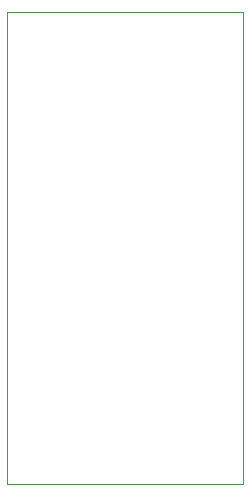
<source format=gbr>
%TF.GenerationSoftware,KiCad,Pcbnew,8.0.8*%
%TF.CreationDate,2025-01-29T16:55:17+00:00*%
%TF.ProjectId,ec30_0x2_l4r4_mh_0.1,65633330-5f30-4783-925f-6c3472345f6d,v0.1*%
%TF.SameCoordinates,PX8d24d00PY36d6160*%
%TF.FileFunction,Other,User*%
%FSLAX46Y46*%
G04 Gerber Fmt 4.6, Leading zero omitted, Abs format (unit mm)*
G04 Created by KiCad (PCBNEW 8.0.8) date 2025-01-29 16:55:17*
%MOMM*%
%LPD*%
G01*
G04 APERTURE LIST*
%ADD10C,0.100000*%
%ADD11C,0.130000*%
%ADD12C,0.110000*%
%ADD13C,0.120000*%
G04 APERTURE END LIST*
D10*
X-10000000Y20000000D02*
X10000000Y20000000D01*
X10000000Y-20000000D01*
X-10000000Y-20000000D01*
X-10000000Y20000000D01*
D11*
%TO.C,GS1*%
X0Y-20000000D02*
X0Y-20000000D01*
D12*
%TO.C,GS3*%
X0Y20000000D02*
X0Y20000000D01*
D13*
%TO.C,GS2*%
X10000000Y0D02*
X10000000Y0D01*
%TD*%
M02*

</source>
